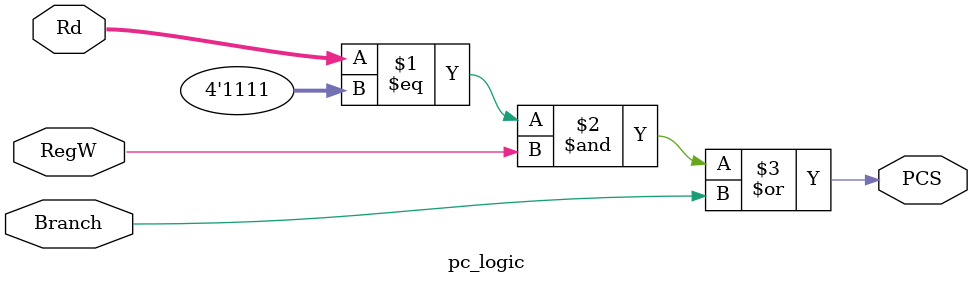
<source format=sv>
module pc_logic(input logic [3:0] Rd, input logic Branch, RegW, output logic PCS );

assign PCS = ((Rd == 4'b1111)& RegW)| Branch ; // should we use assign ?!

endmodule 
</source>
